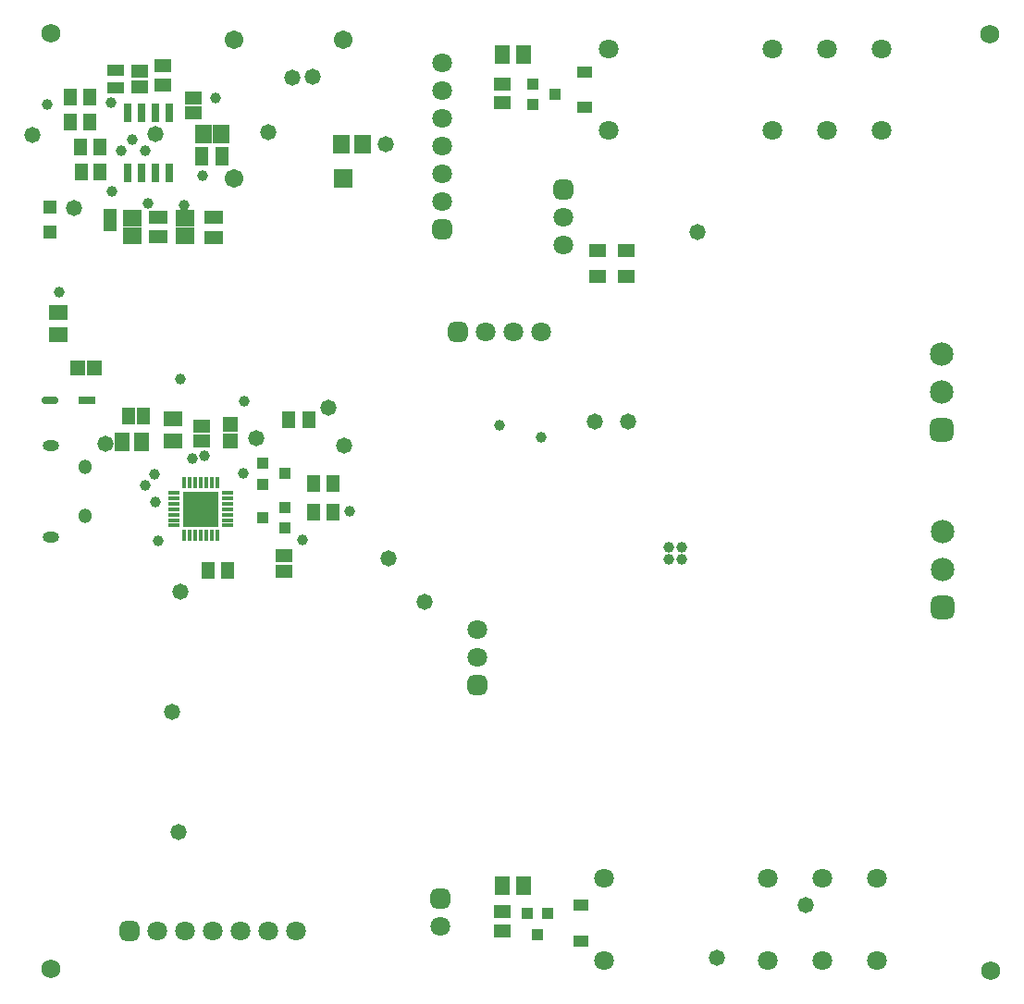
<source format=gbs>
G04*
G04 #@! TF.GenerationSoftware,Altium Limited,Altium Designer,24.10.1 (45)*
G04*
G04 Layer_Color=16711935*
%FSLAX44Y44*%
%MOMM*%
G71*
G04*
G04 #@! TF.SameCoordinates,9B87C798-A5EC-4888-A0B9-4BDBECF7F39D*
G04*
G04*
G04 #@! TF.FilePolarity,Negative*
G04*
G01*
G75*
%ADD20R,1.3781X1.4562*%
%ADD46R,1.2532X1.6532*%
%ADD48R,1.5532X1.3032*%
%ADD52R,1.3032X1.5532*%
%ADD57R,1.6032X1.3032*%
%ADD58R,1.6532X1.4032*%
%ADD62R,1.3032X1.6032*%
%ADD65C,1.7112*%
%ADD66R,1.7112X1.7112*%
%ADD67C,1.8032*%
G04:AMPARAMS|DCode=68|XSize=1.8032mm|YSize=1.8032mm|CornerRadius=0.5016mm|HoleSize=0mm|Usage=FLASHONLY|Rotation=270.000|XOffset=0mm|YOffset=0mm|HoleType=Round|Shape=RoundedRectangle|*
%AMROUNDEDRECTD68*
21,1,1.8032,0.8000,0,0,270.0*
21,1,0.8000,1.8032,0,0,270.0*
1,1,1.0032,-0.4000,-0.4000*
1,1,1.0032,-0.4000,0.4000*
1,1,1.0032,0.4000,0.4000*
1,1,1.0032,0.4000,-0.4000*
%
%ADD68ROUNDEDRECTD68*%
%ADD69C,1.8034*%
G04:AMPARAMS|DCode=70|XSize=1.8032mm|YSize=1.8032mm|CornerRadius=0.5016mm|HoleSize=0mm|Usage=FLASHONLY|Rotation=0.000|XOffset=0mm|YOffset=0mm|HoleType=Round|Shape=RoundedRectangle|*
%AMROUNDEDRECTD70*
21,1,1.8032,0.8000,0,0,0.0*
21,1,0.8000,1.8032,0,0,0.0*
1,1,1.0032,0.4000,-0.4000*
1,1,1.0032,-0.4000,-0.4000*
1,1,1.0032,-0.4000,0.4000*
1,1,1.0032,0.4000,0.4000*
%
%ADD70ROUNDEDRECTD70*%
%ADD71O,1.2532X1.3532*%
%ADD72O,1.5032X0.9532*%
%ADD73C,2.1532*%
G04:AMPARAMS|DCode=74|XSize=2.1532mm|YSize=2.1532mm|CornerRadius=0.5891mm|HoleSize=0mm|Usage=FLASHONLY|Rotation=90.000|XOffset=0mm|YOffset=0mm|HoleType=Round|Shape=RoundedRectangle|*
%AMROUNDEDRECTD74*
21,1,2.1532,0.9750,0,0,90.0*
21,1,0.9750,2.1532,0,0,90.0*
1,1,1.1782,0.4875,0.4875*
1,1,1.1782,0.4875,-0.4875*
1,1,1.1782,-0.4875,-0.4875*
1,1,1.1782,-0.4875,0.4875*
%
%ADD74ROUNDEDRECTD74*%
%ADD75C,1.7272*%
%ADD76C,1.4732*%
%ADD77C,1.0032*%
%ADD78C,0.7032*%
%ADD121R,1.3000X1.3000*%
%ADD122R,1.3000X2.0000*%
%ADD124R,1.4562X1.3781*%
%ADD125R,1.5575X0.7425*%
G04:AMPARAMS|DCode=126|XSize=1.5575mm|YSize=0.7425mm|CornerRadius=0.3712mm|HoleSize=0mm|Usage=FLASHONLY|Rotation=180.000|XOffset=0mm|YOffset=0mm|HoleType=Round|Shape=RoundedRectangle|*
%AMROUNDEDRECTD126*
21,1,1.5575,0.0000,0,0,180.0*
21,1,0.8150,0.7425,0,0,180.0*
1,1,0.7425,-0.4075,0.0000*
1,1,0.7425,0.4075,0.0000*
1,1,0.7425,0.4075,0.0000*
1,1,0.7425,-0.4075,0.0000*
%
%ADD126ROUNDEDRECTD126*%
%ADD129R,1.6532X1.2532*%
%ADD130R,0.8032X1.7232*%
%ADD131R,1.2032X1.5532*%
%ADD132R,1.5532X1.0532*%
%ADD133R,3.3332X3.3332*%
%ADD134O,1.0532X0.4032*%
%ADD135O,0.4032X1.0532*%
%ADD136R,1.1032X1.0032*%
%ADD137R,1.4232X1.1132*%
%ADD138R,1.6532X1.5032*%
%ADD139R,1.5032X1.6532*%
%ADD140R,1.6032X1.2032*%
%ADD141R,1.5532X1.7532*%
%ADD142R,1.3532X1.6532*%
%ADD143R,1.4032X1.6532*%
%ADD144R,1.0032X1.1032*%
D20*
X55372Y583801D02*
D03*
X71101D02*
D03*
D46*
X187924Y777082D02*
D03*
X169425D02*
D03*
D48*
X161800Y830879D02*
D03*
Y816878D02*
D03*
X112778Y841024D02*
D03*
Y855024D02*
D03*
X169058Y530535D02*
D03*
Y516535D02*
D03*
X244917Y397386D02*
D03*
Y411386D02*
D03*
D52*
X102012Y539645D02*
D03*
X116012D02*
D03*
D57*
X444467Y826336D02*
D03*
Y843836D02*
D03*
X133394Y842773D02*
D03*
Y860273D02*
D03*
X444405Y85382D02*
D03*
Y67882D02*
D03*
D58*
X37719Y614164D02*
D03*
Y634164D02*
D03*
X142753Y536670D02*
D03*
Y516670D02*
D03*
D62*
X289504Y477353D02*
D03*
X272003D02*
D03*
X289552Y451682D02*
D03*
X272052D02*
D03*
X58763Y763393D02*
D03*
X76263D02*
D03*
X49287Y831905D02*
D03*
X66787D02*
D03*
X49338Y808966D02*
D03*
X66838D02*
D03*
X58556Y786218D02*
D03*
X76056D02*
D03*
D65*
X199084Y884499D02*
D03*
X299084D02*
D03*
X199084Y757498D02*
D03*
D66*
X299084D02*
D03*
D67*
X387967Y72111D02*
D03*
X429516Y616248D02*
D03*
X454916D02*
D03*
X480316D02*
D03*
X421675Y344204D02*
D03*
Y318804D02*
D03*
X389222Y862915D02*
D03*
Y837515D02*
D03*
Y786715D02*
D03*
Y735915D02*
D03*
Y761315D02*
D03*
Y812115D02*
D03*
X499996Y721784D02*
D03*
Y696384D02*
D03*
X255576Y68293D02*
D03*
X230176D02*
D03*
X179376D02*
D03*
X128576D02*
D03*
X153976D02*
D03*
X204776D02*
D03*
D68*
X387967Y97511D02*
D03*
X421675Y293404D02*
D03*
X389222Y710515D02*
D03*
X499996Y747184D02*
D03*
D69*
X537428Y40779D02*
D03*
X687428D02*
D03*
X737428D02*
D03*
X787428D02*
D03*
Y115778D02*
D03*
X737428D02*
D03*
X687428D02*
D03*
X537428D02*
D03*
X541859Y800750D02*
D03*
X691858D02*
D03*
X741859D02*
D03*
X791859D02*
D03*
Y875750D02*
D03*
X741859D02*
D03*
X691858D02*
D03*
X541859D02*
D03*
D70*
X404116Y616248D02*
D03*
X103176Y68293D02*
D03*
D71*
X62724Y492729D02*
D03*
Y448229D02*
D03*
D72*
X31524Y512230D02*
D03*
Y428729D02*
D03*
D73*
X847714Y434079D02*
D03*
Y399079D02*
D03*
X846768Y596467D02*
D03*
Y561467D02*
D03*
D74*
X847714Y364079D02*
D03*
X846768Y526467D02*
D03*
D75*
X31026Y890192D02*
D03*
X890392Y889500D02*
D03*
X891369Y31570D02*
D03*
X31609Y33036D02*
D03*
D76*
X270651Y850007D02*
D03*
X252223Y849568D02*
D03*
X148248Y158348D02*
D03*
X142130Y268876D02*
D03*
X52239Y729990D02*
D03*
X285235Y547000D02*
D03*
X229887Y799333D02*
D03*
X80879Y513775D02*
D03*
X14321Y796496D02*
D03*
X219339Y519134D02*
D03*
X340085Y409499D02*
D03*
X299943Y512089D02*
D03*
X126597Y797368D02*
D03*
X150111Y378687D02*
D03*
X373473Y369455D02*
D03*
X559409Y534015D02*
D03*
X528790Y534153D02*
D03*
X623392Y707586D02*
D03*
X337677Y788230D02*
D03*
X722306Y91764D02*
D03*
X641082Y43507D02*
D03*
D77*
X171803Y502744D02*
D03*
X161140Y500681D02*
D03*
X181652Y830651D02*
D03*
X28222Y824687D02*
D03*
X95377Y782083D02*
D03*
X117715Y782242D02*
D03*
X170124Y759886D02*
D03*
X153502Y732406D02*
D03*
X120114Y733886D02*
D03*
X608682Y408309D02*
D03*
X596630Y408372D02*
D03*
X608682Y419362D02*
D03*
X596505Y419675D02*
D03*
X105528Y793074D02*
D03*
X206998Y486654D02*
D03*
X208242Y552749D02*
D03*
X149536Y573147D02*
D03*
X86716Y745604D02*
D03*
X479707Y519945D02*
D03*
X441926Y531184D02*
D03*
X304628Y452651D02*
D03*
X117468Y476023D02*
D03*
X86152Y826475D02*
D03*
X38745Y653374D02*
D03*
X126402Y486398D02*
D03*
X127122Y460427D02*
D03*
X129099Y425374D02*
D03*
X261476Y425922D02*
D03*
D78*
X179274Y443207D02*
D03*
Y454207D02*
D03*
Y465207D02*
D03*
X168274Y443207D02*
D03*
Y454207D02*
D03*
Y465207D02*
D03*
X157274Y443207D02*
D03*
Y454207D02*
D03*
Y465207D02*
D03*
D121*
X30002Y707611D02*
D03*
Y730611D02*
D03*
D122*
X85002Y719111D02*
D03*
D124*
X195437Y516597D02*
D03*
Y531878D02*
D03*
D125*
X64265Y553812D02*
D03*
D126*
X30257D02*
D03*
D129*
X129695Y703343D02*
D03*
Y721843D02*
D03*
X180298Y703298D02*
D03*
Y721797D02*
D03*
D130*
X101148Y816922D02*
D03*
X113848D02*
D03*
X126548D02*
D03*
X139248D02*
D03*
X101148Y762122D02*
D03*
X113848D02*
D03*
X126548D02*
D03*
X139248D02*
D03*
D131*
X249141Y536483D02*
D03*
X267141D02*
D03*
X174801Y398037D02*
D03*
X192801D02*
D03*
D132*
X90806Y839870D02*
D03*
Y856369D02*
D03*
D133*
X168274Y454207D02*
D03*
D134*
X144024Y469207D02*
D03*
Y464207D02*
D03*
Y459207D02*
D03*
Y454207D02*
D03*
Y449207D02*
D03*
Y444207D02*
D03*
Y439207D02*
D03*
X192524D02*
D03*
Y444207D02*
D03*
Y449207D02*
D03*
Y454207D02*
D03*
Y459207D02*
D03*
Y464207D02*
D03*
Y469207D02*
D03*
D135*
X153274Y429957D02*
D03*
X158274D02*
D03*
X163274D02*
D03*
X168274D02*
D03*
X173274D02*
D03*
X178274D02*
D03*
X183274D02*
D03*
Y478456D02*
D03*
X178274D02*
D03*
X173274D02*
D03*
X168274D02*
D03*
X163274D02*
D03*
X158274D02*
D03*
X153274D02*
D03*
D136*
X472267Y824544D02*
D03*
Y843544D02*
D03*
X492267Y834044D02*
D03*
X244986Y455661D02*
D03*
Y436661D02*
D03*
X224986Y446161D02*
D03*
X225150Y477160D02*
D03*
Y496160D02*
D03*
X245150Y486660D02*
D03*
D137*
X516429Y91581D02*
D03*
Y58881D02*
D03*
X519589Y821900D02*
D03*
Y854600D02*
D03*
D138*
X105784Y704711D02*
D03*
Y720711D02*
D03*
X154173Y704369D02*
D03*
Y720369D02*
D03*
D139*
X170577Y797953D02*
D03*
X186577D02*
D03*
D140*
X557654Y690998D02*
D03*
X531655D02*
D03*
X557640Y667483D02*
D03*
X531639D02*
D03*
D141*
X316660Y788331D02*
D03*
X297160D02*
D03*
D142*
X114143Y515383D02*
D03*
X96642D02*
D03*
D143*
X464249Y870449D02*
D03*
X444249D02*
D03*
X463967Y109714D02*
D03*
X443966D02*
D03*
D144*
X476484Y64320D02*
D03*
X485984Y84320D02*
D03*
X466984D02*
D03*
M02*

</source>
